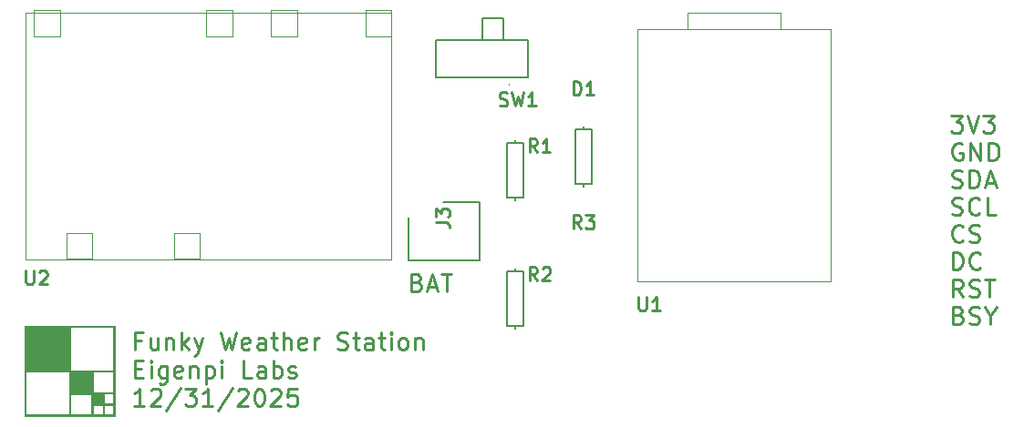
<source format=gbr>
%TF.GenerationSoftware,KiCad,Pcbnew,9.0.6*%
%TF.CreationDate,2026-01-09T06:42:04-06:00*%
%TF.ProjectId,weather_station1,77656174-6865-4725-9f73-746174696f6e,V1.10*%
%TF.SameCoordinates,Original*%
%TF.FileFunction,Legend,Top*%
%TF.FilePolarity,Positive*%
%FSLAX46Y46*%
G04 Gerber Fmt 4.6, Leading zero omitted, Abs format (unit mm)*
G04 Created by KiCad (PCBNEW 9.0.6) date 2026-01-09 06:42:04*
%MOMM*%
%LPD*%
G01*
G04 APERTURE LIST*
%ADD10C,0.243840*%
%ADD11C,0.000000*%
%ADD12C,0.254000*%
%ADD13C,0.120000*%
%ADD14C,0.100000*%
%ADD15C,0.203200*%
%ADD16C,0.200000*%
G04 APERTURE END LIST*
D10*
X188541335Y-124666872D02*
X188773563Y-124744282D01*
X188773563Y-124744282D02*
X188850973Y-124821691D01*
X188850973Y-124821691D02*
X188928382Y-124976510D01*
X188928382Y-124976510D02*
X188928382Y-125208739D01*
X188928382Y-125208739D02*
X188850973Y-125363558D01*
X188850973Y-125363558D02*
X188773563Y-125440968D01*
X188773563Y-125440968D02*
X188618744Y-125518377D01*
X188618744Y-125518377D02*
X187999468Y-125518377D01*
X187999468Y-125518377D02*
X187999468Y-123892777D01*
X187999468Y-123892777D02*
X188541335Y-123892777D01*
X188541335Y-123892777D02*
X188696154Y-123970187D01*
X188696154Y-123970187D02*
X188773563Y-124047596D01*
X188773563Y-124047596D02*
X188850973Y-124202415D01*
X188850973Y-124202415D02*
X188850973Y-124357234D01*
X188850973Y-124357234D02*
X188773563Y-124512053D01*
X188773563Y-124512053D02*
X188696154Y-124589463D01*
X188696154Y-124589463D02*
X188541335Y-124666872D01*
X188541335Y-124666872D02*
X187999468Y-124666872D01*
X189547659Y-125440968D02*
X189779887Y-125518377D01*
X189779887Y-125518377D02*
X190166935Y-125518377D01*
X190166935Y-125518377D02*
X190321754Y-125440968D01*
X190321754Y-125440968D02*
X190399163Y-125363558D01*
X190399163Y-125363558D02*
X190476573Y-125208739D01*
X190476573Y-125208739D02*
X190476573Y-125053920D01*
X190476573Y-125053920D02*
X190399163Y-124899101D01*
X190399163Y-124899101D02*
X190321754Y-124821691D01*
X190321754Y-124821691D02*
X190166935Y-124744282D01*
X190166935Y-124744282D02*
X189857297Y-124666872D01*
X189857297Y-124666872D02*
X189702478Y-124589463D01*
X189702478Y-124589463D02*
X189625068Y-124512053D01*
X189625068Y-124512053D02*
X189547659Y-124357234D01*
X189547659Y-124357234D02*
X189547659Y-124202415D01*
X189547659Y-124202415D02*
X189625068Y-124047596D01*
X189625068Y-124047596D02*
X189702478Y-123970187D01*
X189702478Y-123970187D02*
X189857297Y-123892777D01*
X189857297Y-123892777D02*
X190244344Y-123892777D01*
X190244344Y-123892777D02*
X190476573Y-123970187D01*
X191482896Y-124744282D02*
X191482896Y-125518377D01*
X190941030Y-123892777D02*
X191482896Y-124744282D01*
X191482896Y-124744282D02*
X192024763Y-123892777D01*
X188928382Y-122978377D02*
X188386516Y-122204282D01*
X187999468Y-122978377D02*
X187999468Y-121352777D01*
X187999468Y-121352777D02*
X188618744Y-121352777D01*
X188618744Y-121352777D02*
X188773563Y-121430187D01*
X188773563Y-121430187D02*
X188850973Y-121507596D01*
X188850973Y-121507596D02*
X188928382Y-121662415D01*
X188928382Y-121662415D02*
X188928382Y-121894644D01*
X188928382Y-121894644D02*
X188850973Y-122049463D01*
X188850973Y-122049463D02*
X188773563Y-122126872D01*
X188773563Y-122126872D02*
X188618744Y-122204282D01*
X188618744Y-122204282D02*
X187999468Y-122204282D01*
X189547659Y-122900968D02*
X189779887Y-122978377D01*
X189779887Y-122978377D02*
X190166935Y-122978377D01*
X190166935Y-122978377D02*
X190321754Y-122900968D01*
X190321754Y-122900968D02*
X190399163Y-122823558D01*
X190399163Y-122823558D02*
X190476573Y-122668739D01*
X190476573Y-122668739D02*
X190476573Y-122513920D01*
X190476573Y-122513920D02*
X190399163Y-122359101D01*
X190399163Y-122359101D02*
X190321754Y-122281691D01*
X190321754Y-122281691D02*
X190166935Y-122204282D01*
X190166935Y-122204282D02*
X189857297Y-122126872D01*
X189857297Y-122126872D02*
X189702478Y-122049463D01*
X189702478Y-122049463D02*
X189625068Y-121972053D01*
X189625068Y-121972053D02*
X189547659Y-121817234D01*
X189547659Y-121817234D02*
X189547659Y-121662415D01*
X189547659Y-121662415D02*
X189625068Y-121507596D01*
X189625068Y-121507596D02*
X189702478Y-121430187D01*
X189702478Y-121430187D02*
X189857297Y-121352777D01*
X189857297Y-121352777D02*
X190244344Y-121352777D01*
X190244344Y-121352777D02*
X190476573Y-121430187D01*
X190941030Y-121352777D02*
X191869944Y-121352777D01*
X191405487Y-122978377D02*
X191405487Y-121352777D01*
X187999468Y-120438377D02*
X187999468Y-118812777D01*
X187999468Y-118812777D02*
X188386516Y-118812777D01*
X188386516Y-118812777D02*
X188618744Y-118890187D01*
X188618744Y-118890187D02*
X188773563Y-119045006D01*
X188773563Y-119045006D02*
X188850973Y-119199825D01*
X188850973Y-119199825D02*
X188928382Y-119509463D01*
X188928382Y-119509463D02*
X188928382Y-119741691D01*
X188928382Y-119741691D02*
X188850973Y-120051329D01*
X188850973Y-120051329D02*
X188773563Y-120206148D01*
X188773563Y-120206148D02*
X188618744Y-120360968D01*
X188618744Y-120360968D02*
X188386516Y-120438377D01*
X188386516Y-120438377D02*
X187999468Y-120438377D01*
X190553982Y-120283558D02*
X190476573Y-120360968D01*
X190476573Y-120360968D02*
X190244344Y-120438377D01*
X190244344Y-120438377D02*
X190089525Y-120438377D01*
X190089525Y-120438377D02*
X189857297Y-120360968D01*
X189857297Y-120360968D02*
X189702478Y-120206148D01*
X189702478Y-120206148D02*
X189625068Y-120051329D01*
X189625068Y-120051329D02*
X189547659Y-119741691D01*
X189547659Y-119741691D02*
X189547659Y-119509463D01*
X189547659Y-119509463D02*
X189625068Y-119199825D01*
X189625068Y-119199825D02*
X189702478Y-119045006D01*
X189702478Y-119045006D02*
X189857297Y-118890187D01*
X189857297Y-118890187D02*
X190089525Y-118812777D01*
X190089525Y-118812777D02*
X190244344Y-118812777D01*
X190244344Y-118812777D02*
X190476573Y-118890187D01*
X190476573Y-118890187D02*
X190553982Y-118967596D01*
X188928382Y-117743558D02*
X188850973Y-117820968D01*
X188850973Y-117820968D02*
X188618744Y-117898377D01*
X188618744Y-117898377D02*
X188463925Y-117898377D01*
X188463925Y-117898377D02*
X188231697Y-117820968D01*
X188231697Y-117820968D02*
X188076878Y-117666148D01*
X188076878Y-117666148D02*
X187999468Y-117511329D01*
X187999468Y-117511329D02*
X187922059Y-117201691D01*
X187922059Y-117201691D02*
X187922059Y-116969463D01*
X187922059Y-116969463D02*
X187999468Y-116659825D01*
X187999468Y-116659825D02*
X188076878Y-116505006D01*
X188076878Y-116505006D02*
X188231697Y-116350187D01*
X188231697Y-116350187D02*
X188463925Y-116272777D01*
X188463925Y-116272777D02*
X188618744Y-116272777D01*
X188618744Y-116272777D02*
X188850973Y-116350187D01*
X188850973Y-116350187D02*
X188928382Y-116427596D01*
X189547659Y-117820968D02*
X189779887Y-117898377D01*
X189779887Y-117898377D02*
X190166935Y-117898377D01*
X190166935Y-117898377D02*
X190321754Y-117820968D01*
X190321754Y-117820968D02*
X190399163Y-117743558D01*
X190399163Y-117743558D02*
X190476573Y-117588739D01*
X190476573Y-117588739D02*
X190476573Y-117433920D01*
X190476573Y-117433920D02*
X190399163Y-117279101D01*
X190399163Y-117279101D02*
X190321754Y-117201691D01*
X190321754Y-117201691D02*
X190166935Y-117124282D01*
X190166935Y-117124282D02*
X189857297Y-117046872D01*
X189857297Y-117046872D02*
X189702478Y-116969463D01*
X189702478Y-116969463D02*
X189625068Y-116892053D01*
X189625068Y-116892053D02*
X189547659Y-116737234D01*
X189547659Y-116737234D02*
X189547659Y-116582415D01*
X189547659Y-116582415D02*
X189625068Y-116427596D01*
X189625068Y-116427596D02*
X189702478Y-116350187D01*
X189702478Y-116350187D02*
X189857297Y-116272777D01*
X189857297Y-116272777D02*
X190244344Y-116272777D01*
X190244344Y-116272777D02*
X190476573Y-116350187D01*
X187922059Y-115280968D02*
X188154287Y-115358377D01*
X188154287Y-115358377D02*
X188541335Y-115358377D01*
X188541335Y-115358377D02*
X188696154Y-115280968D01*
X188696154Y-115280968D02*
X188773563Y-115203558D01*
X188773563Y-115203558D02*
X188850973Y-115048739D01*
X188850973Y-115048739D02*
X188850973Y-114893920D01*
X188850973Y-114893920D02*
X188773563Y-114739101D01*
X188773563Y-114739101D02*
X188696154Y-114661691D01*
X188696154Y-114661691D02*
X188541335Y-114584282D01*
X188541335Y-114584282D02*
X188231697Y-114506872D01*
X188231697Y-114506872D02*
X188076878Y-114429463D01*
X188076878Y-114429463D02*
X187999468Y-114352053D01*
X187999468Y-114352053D02*
X187922059Y-114197234D01*
X187922059Y-114197234D02*
X187922059Y-114042415D01*
X187922059Y-114042415D02*
X187999468Y-113887596D01*
X187999468Y-113887596D02*
X188076878Y-113810187D01*
X188076878Y-113810187D02*
X188231697Y-113732777D01*
X188231697Y-113732777D02*
X188618744Y-113732777D01*
X188618744Y-113732777D02*
X188850973Y-113810187D01*
X190476572Y-115203558D02*
X190399163Y-115280968D01*
X190399163Y-115280968D02*
X190166934Y-115358377D01*
X190166934Y-115358377D02*
X190012115Y-115358377D01*
X190012115Y-115358377D02*
X189779887Y-115280968D01*
X189779887Y-115280968D02*
X189625068Y-115126148D01*
X189625068Y-115126148D02*
X189547658Y-114971329D01*
X189547658Y-114971329D02*
X189470249Y-114661691D01*
X189470249Y-114661691D02*
X189470249Y-114429463D01*
X189470249Y-114429463D02*
X189547658Y-114119825D01*
X189547658Y-114119825D02*
X189625068Y-113965006D01*
X189625068Y-113965006D02*
X189779887Y-113810187D01*
X189779887Y-113810187D02*
X190012115Y-113732777D01*
X190012115Y-113732777D02*
X190166934Y-113732777D01*
X190166934Y-113732777D02*
X190399163Y-113810187D01*
X190399163Y-113810187D02*
X190476572Y-113887596D01*
X191947353Y-115358377D02*
X191173258Y-115358377D01*
X191173258Y-115358377D02*
X191173258Y-113732777D01*
X187922059Y-112740968D02*
X188154287Y-112818377D01*
X188154287Y-112818377D02*
X188541335Y-112818377D01*
X188541335Y-112818377D02*
X188696154Y-112740968D01*
X188696154Y-112740968D02*
X188773563Y-112663558D01*
X188773563Y-112663558D02*
X188850973Y-112508739D01*
X188850973Y-112508739D02*
X188850973Y-112353920D01*
X188850973Y-112353920D02*
X188773563Y-112199101D01*
X188773563Y-112199101D02*
X188696154Y-112121691D01*
X188696154Y-112121691D02*
X188541335Y-112044282D01*
X188541335Y-112044282D02*
X188231697Y-111966872D01*
X188231697Y-111966872D02*
X188076878Y-111889463D01*
X188076878Y-111889463D02*
X187999468Y-111812053D01*
X187999468Y-111812053D02*
X187922059Y-111657234D01*
X187922059Y-111657234D02*
X187922059Y-111502415D01*
X187922059Y-111502415D02*
X187999468Y-111347596D01*
X187999468Y-111347596D02*
X188076878Y-111270187D01*
X188076878Y-111270187D02*
X188231697Y-111192777D01*
X188231697Y-111192777D02*
X188618744Y-111192777D01*
X188618744Y-111192777D02*
X188850973Y-111270187D01*
X189547658Y-112818377D02*
X189547658Y-111192777D01*
X189547658Y-111192777D02*
X189934706Y-111192777D01*
X189934706Y-111192777D02*
X190166934Y-111270187D01*
X190166934Y-111270187D02*
X190321753Y-111425006D01*
X190321753Y-111425006D02*
X190399163Y-111579825D01*
X190399163Y-111579825D02*
X190476572Y-111889463D01*
X190476572Y-111889463D02*
X190476572Y-112121691D01*
X190476572Y-112121691D02*
X190399163Y-112431329D01*
X190399163Y-112431329D02*
X190321753Y-112586148D01*
X190321753Y-112586148D02*
X190166934Y-112740968D01*
X190166934Y-112740968D02*
X189934706Y-112818377D01*
X189934706Y-112818377D02*
X189547658Y-112818377D01*
X191095849Y-112353920D02*
X191869944Y-112353920D01*
X190941030Y-112818377D02*
X191482896Y-111192777D01*
X191482896Y-111192777D02*
X192024763Y-112818377D01*
X188850973Y-108730187D02*
X188696154Y-108652777D01*
X188696154Y-108652777D02*
X188463925Y-108652777D01*
X188463925Y-108652777D02*
X188231697Y-108730187D01*
X188231697Y-108730187D02*
X188076878Y-108885006D01*
X188076878Y-108885006D02*
X187999468Y-109039825D01*
X187999468Y-109039825D02*
X187922059Y-109349463D01*
X187922059Y-109349463D02*
X187922059Y-109581691D01*
X187922059Y-109581691D02*
X187999468Y-109891329D01*
X187999468Y-109891329D02*
X188076878Y-110046148D01*
X188076878Y-110046148D02*
X188231697Y-110200968D01*
X188231697Y-110200968D02*
X188463925Y-110278377D01*
X188463925Y-110278377D02*
X188618744Y-110278377D01*
X188618744Y-110278377D02*
X188850973Y-110200968D01*
X188850973Y-110200968D02*
X188928382Y-110123558D01*
X188928382Y-110123558D02*
X188928382Y-109581691D01*
X188928382Y-109581691D02*
X188618744Y-109581691D01*
X189625068Y-110278377D02*
X189625068Y-108652777D01*
X189625068Y-108652777D02*
X190553982Y-110278377D01*
X190553982Y-110278377D02*
X190553982Y-108652777D01*
X191328078Y-110278377D02*
X191328078Y-108652777D01*
X191328078Y-108652777D02*
X191715126Y-108652777D01*
X191715126Y-108652777D02*
X191947354Y-108730187D01*
X191947354Y-108730187D02*
X192102173Y-108885006D01*
X192102173Y-108885006D02*
X192179583Y-109039825D01*
X192179583Y-109039825D02*
X192256992Y-109349463D01*
X192256992Y-109349463D02*
X192256992Y-109581691D01*
X192256992Y-109581691D02*
X192179583Y-109891329D01*
X192179583Y-109891329D02*
X192102173Y-110046148D01*
X192102173Y-110046148D02*
X191947354Y-110200968D01*
X191947354Y-110200968D02*
X191715126Y-110278377D01*
X191715126Y-110278377D02*
X191328078Y-110278377D01*
X187844649Y-106112777D02*
X188850973Y-106112777D01*
X188850973Y-106112777D02*
X188309106Y-106732053D01*
X188309106Y-106732053D02*
X188541335Y-106732053D01*
X188541335Y-106732053D02*
X188696154Y-106809463D01*
X188696154Y-106809463D02*
X188773563Y-106886872D01*
X188773563Y-106886872D02*
X188850973Y-107041691D01*
X188850973Y-107041691D02*
X188850973Y-107428739D01*
X188850973Y-107428739D02*
X188773563Y-107583558D01*
X188773563Y-107583558D02*
X188696154Y-107660968D01*
X188696154Y-107660968D02*
X188541335Y-107738377D01*
X188541335Y-107738377D02*
X188076878Y-107738377D01*
X188076878Y-107738377D02*
X187922059Y-107660968D01*
X187922059Y-107660968D02*
X187844649Y-107583558D01*
X189315430Y-106112777D02*
X189857296Y-107738377D01*
X189857296Y-107738377D02*
X190399163Y-106112777D01*
X190786210Y-106112777D02*
X191792534Y-106112777D01*
X191792534Y-106112777D02*
X191250667Y-106732053D01*
X191250667Y-106732053D02*
X191482896Y-106732053D01*
X191482896Y-106732053D02*
X191637715Y-106809463D01*
X191637715Y-106809463D02*
X191715124Y-106886872D01*
X191715124Y-106886872D02*
X191792534Y-107041691D01*
X191792534Y-107041691D02*
X191792534Y-107428739D01*
X191792534Y-107428739D02*
X191715124Y-107583558D01*
X191715124Y-107583558D02*
X191637715Y-107660968D01*
X191637715Y-107660968D02*
X191482896Y-107738377D01*
X191482896Y-107738377D02*
X191018439Y-107738377D01*
X191018439Y-107738377D02*
X190863620Y-107660968D01*
X190863620Y-107660968D02*
X190786210Y-107583558D01*
X138249335Y-121618872D02*
X138481563Y-121696282D01*
X138481563Y-121696282D02*
X138558973Y-121773691D01*
X138558973Y-121773691D02*
X138636382Y-121928510D01*
X138636382Y-121928510D02*
X138636382Y-122160739D01*
X138636382Y-122160739D02*
X138558973Y-122315558D01*
X138558973Y-122315558D02*
X138481563Y-122392968D01*
X138481563Y-122392968D02*
X138326744Y-122470377D01*
X138326744Y-122470377D02*
X137707468Y-122470377D01*
X137707468Y-122470377D02*
X137707468Y-120844777D01*
X137707468Y-120844777D02*
X138249335Y-120844777D01*
X138249335Y-120844777D02*
X138404154Y-120922187D01*
X138404154Y-120922187D02*
X138481563Y-120999596D01*
X138481563Y-120999596D02*
X138558973Y-121154415D01*
X138558973Y-121154415D02*
X138558973Y-121309234D01*
X138558973Y-121309234D02*
X138481563Y-121464053D01*
X138481563Y-121464053D02*
X138404154Y-121541463D01*
X138404154Y-121541463D02*
X138249335Y-121618872D01*
X138249335Y-121618872D02*
X137707468Y-121618872D01*
X139255659Y-122005920D02*
X140029754Y-122005920D01*
X139100840Y-122470377D02*
X139642706Y-120844777D01*
X139642706Y-120844777D02*
X140184573Y-122470377D01*
X140494211Y-120844777D02*
X141423125Y-120844777D01*
X140958668Y-122470377D02*
X140958668Y-120844777D01*
D11*
G36*
X110257166Y-134133712D02*
G01*
X101790500Y-134133712D01*
X101790500Y-133922046D01*
X101790500Y-130006212D01*
X102002167Y-130006212D01*
X102002167Y-133922046D01*
X105918000Y-133922046D01*
X105918000Y-132149337D01*
X106129666Y-132149337D01*
X106129666Y-133922046D01*
X108008208Y-133922046D01*
X108008208Y-133154754D01*
X108219875Y-133154754D01*
X108219875Y-133922046D01*
X109040083Y-133922046D01*
X109040083Y-133154754D01*
X108219875Y-133154754D01*
X108008208Y-133154754D01*
X108008208Y-133101838D01*
X109251750Y-133101838D01*
X109251750Y-133922046D01*
X110045500Y-133922046D01*
X110045500Y-133101838D01*
X109251750Y-133101838D01*
X108008208Y-133101838D01*
X108008208Y-132890171D01*
X108008208Y-132149337D01*
X106129666Y-132149337D01*
X105918000Y-132149337D01*
X105918000Y-132069962D01*
X109251750Y-132069962D01*
X109251750Y-132890171D01*
X110045500Y-132890171D01*
X110045500Y-132069962D01*
X109251750Y-132069962D01*
X105918000Y-132069962D01*
X105918000Y-131858296D01*
X105918000Y-130006212D01*
X108219875Y-130006212D01*
X108219875Y-131858296D01*
X110045500Y-131858296D01*
X110045500Y-130006212D01*
X108219875Y-130006212D01*
X105918000Y-130006212D01*
X102002167Y-130006212D01*
X101790500Y-130006212D01*
X101790500Y-129794546D01*
X101790500Y-125878713D01*
X106129666Y-125878713D01*
X106129666Y-129794546D01*
X110045500Y-129794546D01*
X110045500Y-125878713D01*
X106129666Y-125878713D01*
X101790500Y-125878713D01*
X101790500Y-125667046D01*
X110257166Y-125667046D01*
X110257166Y-134133712D01*
G37*
G36*
X106129666Y-129794546D02*
G01*
X105918000Y-129794546D01*
X105918000Y-130006212D01*
X101790500Y-130006212D01*
X101790500Y-129794546D01*
X101790500Y-126037463D01*
X102002167Y-126037463D01*
X102002167Y-129794546D01*
X105918000Y-129794546D01*
X105918000Y-126037463D01*
X102002167Y-126037463D01*
X101790500Y-126037463D01*
X101790500Y-125825796D01*
X106129666Y-125825796D01*
X106129666Y-129794546D01*
G37*
G36*
X109251750Y-132890171D02*
G01*
X109040083Y-132890171D01*
X109040083Y-132122879D01*
X108219875Y-132122879D01*
X108219875Y-132943087D01*
X109040083Y-132943087D01*
X109040083Y-133154754D01*
X108008208Y-133154754D01*
X108008208Y-131911212D01*
X109251750Y-131911212D01*
X109251750Y-132890171D01*
G37*
D10*
X112595335Y-127052622D02*
X112053468Y-127052622D01*
X112053468Y-127904127D02*
X112053468Y-126278527D01*
X112053468Y-126278527D02*
X112827563Y-126278527D01*
X114143525Y-126820394D02*
X114143525Y-127904127D01*
X113446839Y-126820394D02*
X113446839Y-127671898D01*
X113446839Y-127671898D02*
X113524249Y-127826718D01*
X113524249Y-127826718D02*
X113679068Y-127904127D01*
X113679068Y-127904127D02*
X113911296Y-127904127D01*
X113911296Y-127904127D02*
X114066115Y-127826718D01*
X114066115Y-127826718D02*
X114143525Y-127749308D01*
X114917620Y-126820394D02*
X114917620Y-127904127D01*
X114917620Y-126975213D02*
X114995030Y-126897803D01*
X114995030Y-126897803D02*
X115149849Y-126820394D01*
X115149849Y-126820394D02*
X115382077Y-126820394D01*
X115382077Y-126820394D02*
X115536896Y-126897803D01*
X115536896Y-126897803D02*
X115614306Y-127052622D01*
X115614306Y-127052622D02*
X115614306Y-127904127D01*
X116388401Y-127904127D02*
X116388401Y-126278527D01*
X116543220Y-127284851D02*
X117007677Y-127904127D01*
X117007677Y-126820394D02*
X116388401Y-127439670D01*
X117549544Y-126820394D02*
X117936592Y-127904127D01*
X118323639Y-126820394D02*
X117936592Y-127904127D01*
X117936592Y-127904127D02*
X117781773Y-128291175D01*
X117781773Y-128291175D02*
X117704363Y-128368584D01*
X117704363Y-128368584D02*
X117549544Y-128445994D01*
X120026648Y-126278527D02*
X120413696Y-127904127D01*
X120413696Y-127904127D02*
X120723334Y-126742984D01*
X120723334Y-126742984D02*
X121032972Y-127904127D01*
X121032972Y-127904127D02*
X121420020Y-126278527D01*
X122658572Y-127826718D02*
X122503753Y-127904127D01*
X122503753Y-127904127D02*
X122194115Y-127904127D01*
X122194115Y-127904127D02*
X122039296Y-127826718D01*
X122039296Y-127826718D02*
X121961887Y-127671898D01*
X121961887Y-127671898D02*
X121961887Y-127052622D01*
X121961887Y-127052622D02*
X122039296Y-126897803D01*
X122039296Y-126897803D02*
X122194115Y-126820394D01*
X122194115Y-126820394D02*
X122503753Y-126820394D01*
X122503753Y-126820394D02*
X122658572Y-126897803D01*
X122658572Y-126897803D02*
X122735982Y-127052622D01*
X122735982Y-127052622D02*
X122735982Y-127207441D01*
X122735982Y-127207441D02*
X121961887Y-127362260D01*
X124129353Y-127904127D02*
X124129353Y-127052622D01*
X124129353Y-127052622D02*
X124051943Y-126897803D01*
X124051943Y-126897803D02*
X123897124Y-126820394D01*
X123897124Y-126820394D02*
X123587486Y-126820394D01*
X123587486Y-126820394D02*
X123432667Y-126897803D01*
X124129353Y-127826718D02*
X123974534Y-127904127D01*
X123974534Y-127904127D02*
X123587486Y-127904127D01*
X123587486Y-127904127D02*
X123432667Y-127826718D01*
X123432667Y-127826718D02*
X123355258Y-127671898D01*
X123355258Y-127671898D02*
X123355258Y-127517079D01*
X123355258Y-127517079D02*
X123432667Y-127362260D01*
X123432667Y-127362260D02*
X123587486Y-127284851D01*
X123587486Y-127284851D02*
X123974534Y-127284851D01*
X123974534Y-127284851D02*
X124129353Y-127207441D01*
X124671220Y-126820394D02*
X125290496Y-126820394D01*
X124903448Y-126278527D02*
X124903448Y-127671898D01*
X124903448Y-127671898D02*
X124980858Y-127826718D01*
X124980858Y-127826718D02*
X125135677Y-127904127D01*
X125135677Y-127904127D02*
X125290496Y-127904127D01*
X125832362Y-127904127D02*
X125832362Y-126278527D01*
X126529048Y-127904127D02*
X126529048Y-127052622D01*
X126529048Y-127052622D02*
X126451638Y-126897803D01*
X126451638Y-126897803D02*
X126296819Y-126820394D01*
X126296819Y-126820394D02*
X126064591Y-126820394D01*
X126064591Y-126820394D02*
X125909772Y-126897803D01*
X125909772Y-126897803D02*
X125832362Y-126975213D01*
X127922419Y-127826718D02*
X127767600Y-127904127D01*
X127767600Y-127904127D02*
X127457962Y-127904127D01*
X127457962Y-127904127D02*
X127303143Y-127826718D01*
X127303143Y-127826718D02*
X127225734Y-127671898D01*
X127225734Y-127671898D02*
X127225734Y-127052622D01*
X127225734Y-127052622D02*
X127303143Y-126897803D01*
X127303143Y-126897803D02*
X127457962Y-126820394D01*
X127457962Y-126820394D02*
X127767600Y-126820394D01*
X127767600Y-126820394D02*
X127922419Y-126897803D01*
X127922419Y-126897803D02*
X127999829Y-127052622D01*
X127999829Y-127052622D02*
X127999829Y-127207441D01*
X127999829Y-127207441D02*
X127225734Y-127362260D01*
X128696514Y-127904127D02*
X128696514Y-126820394D01*
X128696514Y-127130032D02*
X128773924Y-126975213D01*
X128773924Y-126975213D02*
X128851333Y-126897803D01*
X128851333Y-126897803D02*
X129006152Y-126820394D01*
X129006152Y-126820394D02*
X129160971Y-126820394D01*
X130863981Y-127826718D02*
X131096209Y-127904127D01*
X131096209Y-127904127D02*
X131483257Y-127904127D01*
X131483257Y-127904127D02*
X131638076Y-127826718D01*
X131638076Y-127826718D02*
X131715485Y-127749308D01*
X131715485Y-127749308D02*
X131792895Y-127594489D01*
X131792895Y-127594489D02*
X131792895Y-127439670D01*
X131792895Y-127439670D02*
X131715485Y-127284851D01*
X131715485Y-127284851D02*
X131638076Y-127207441D01*
X131638076Y-127207441D02*
X131483257Y-127130032D01*
X131483257Y-127130032D02*
X131173619Y-127052622D01*
X131173619Y-127052622D02*
X131018800Y-126975213D01*
X131018800Y-126975213D02*
X130941390Y-126897803D01*
X130941390Y-126897803D02*
X130863981Y-126742984D01*
X130863981Y-126742984D02*
X130863981Y-126588165D01*
X130863981Y-126588165D02*
X130941390Y-126433346D01*
X130941390Y-126433346D02*
X131018800Y-126355937D01*
X131018800Y-126355937D02*
X131173619Y-126278527D01*
X131173619Y-126278527D02*
X131560666Y-126278527D01*
X131560666Y-126278527D02*
X131792895Y-126355937D01*
X132257352Y-126820394D02*
X132876628Y-126820394D01*
X132489580Y-126278527D02*
X132489580Y-127671898D01*
X132489580Y-127671898D02*
X132566990Y-127826718D01*
X132566990Y-127826718D02*
X132721809Y-127904127D01*
X132721809Y-127904127D02*
X132876628Y-127904127D01*
X134115180Y-127904127D02*
X134115180Y-127052622D01*
X134115180Y-127052622D02*
X134037770Y-126897803D01*
X134037770Y-126897803D02*
X133882951Y-126820394D01*
X133882951Y-126820394D02*
X133573313Y-126820394D01*
X133573313Y-126820394D02*
X133418494Y-126897803D01*
X134115180Y-127826718D02*
X133960361Y-127904127D01*
X133960361Y-127904127D02*
X133573313Y-127904127D01*
X133573313Y-127904127D02*
X133418494Y-127826718D01*
X133418494Y-127826718D02*
X133341085Y-127671898D01*
X133341085Y-127671898D02*
X133341085Y-127517079D01*
X133341085Y-127517079D02*
X133418494Y-127362260D01*
X133418494Y-127362260D02*
X133573313Y-127284851D01*
X133573313Y-127284851D02*
X133960361Y-127284851D01*
X133960361Y-127284851D02*
X134115180Y-127207441D01*
X134657047Y-126820394D02*
X135276323Y-126820394D01*
X134889275Y-126278527D02*
X134889275Y-127671898D01*
X134889275Y-127671898D02*
X134966685Y-127826718D01*
X134966685Y-127826718D02*
X135121504Y-127904127D01*
X135121504Y-127904127D02*
X135276323Y-127904127D01*
X135818189Y-127904127D02*
X135818189Y-126820394D01*
X135818189Y-126278527D02*
X135740780Y-126355937D01*
X135740780Y-126355937D02*
X135818189Y-126433346D01*
X135818189Y-126433346D02*
X135895599Y-126355937D01*
X135895599Y-126355937D02*
X135818189Y-126278527D01*
X135818189Y-126278527D02*
X135818189Y-126433346D01*
X136824513Y-127904127D02*
X136669694Y-127826718D01*
X136669694Y-127826718D02*
X136592284Y-127749308D01*
X136592284Y-127749308D02*
X136514875Y-127594489D01*
X136514875Y-127594489D02*
X136514875Y-127130032D01*
X136514875Y-127130032D02*
X136592284Y-126975213D01*
X136592284Y-126975213D02*
X136669694Y-126897803D01*
X136669694Y-126897803D02*
X136824513Y-126820394D01*
X136824513Y-126820394D02*
X137056741Y-126820394D01*
X137056741Y-126820394D02*
X137211560Y-126897803D01*
X137211560Y-126897803D02*
X137288970Y-126975213D01*
X137288970Y-126975213D02*
X137366379Y-127130032D01*
X137366379Y-127130032D02*
X137366379Y-127594489D01*
X137366379Y-127594489D02*
X137288970Y-127749308D01*
X137288970Y-127749308D02*
X137211560Y-127826718D01*
X137211560Y-127826718D02*
X137056741Y-127904127D01*
X137056741Y-127904127D02*
X136824513Y-127904127D01*
X138063065Y-126820394D02*
X138063065Y-127904127D01*
X138063065Y-126975213D02*
X138140475Y-126897803D01*
X138140475Y-126897803D02*
X138295294Y-126820394D01*
X138295294Y-126820394D02*
X138527522Y-126820394D01*
X138527522Y-126820394D02*
X138682341Y-126897803D01*
X138682341Y-126897803D02*
X138759751Y-127052622D01*
X138759751Y-127052622D02*
X138759751Y-127904127D01*
X112053468Y-129669747D02*
X112595335Y-129669747D01*
X112827563Y-130521252D02*
X112053468Y-130521252D01*
X112053468Y-130521252D02*
X112053468Y-128895652D01*
X112053468Y-128895652D02*
X112827563Y-128895652D01*
X113524249Y-130521252D02*
X113524249Y-129437519D01*
X113524249Y-128895652D02*
X113446840Y-128973062D01*
X113446840Y-128973062D02*
X113524249Y-129050471D01*
X113524249Y-129050471D02*
X113601659Y-128973062D01*
X113601659Y-128973062D02*
X113524249Y-128895652D01*
X113524249Y-128895652D02*
X113524249Y-129050471D01*
X114995030Y-129437519D02*
X114995030Y-130753481D01*
X114995030Y-130753481D02*
X114917620Y-130908300D01*
X114917620Y-130908300D02*
X114840211Y-130985709D01*
X114840211Y-130985709D02*
X114685392Y-131063119D01*
X114685392Y-131063119D02*
X114453163Y-131063119D01*
X114453163Y-131063119D02*
X114298344Y-130985709D01*
X114995030Y-130443843D02*
X114840211Y-130521252D01*
X114840211Y-130521252D02*
X114530573Y-130521252D01*
X114530573Y-130521252D02*
X114375754Y-130443843D01*
X114375754Y-130443843D02*
X114298344Y-130366433D01*
X114298344Y-130366433D02*
X114220935Y-130211614D01*
X114220935Y-130211614D02*
X114220935Y-129747157D01*
X114220935Y-129747157D02*
X114298344Y-129592338D01*
X114298344Y-129592338D02*
X114375754Y-129514928D01*
X114375754Y-129514928D02*
X114530573Y-129437519D01*
X114530573Y-129437519D02*
X114840211Y-129437519D01*
X114840211Y-129437519D02*
X114995030Y-129514928D01*
X116388401Y-130443843D02*
X116233582Y-130521252D01*
X116233582Y-130521252D02*
X115923944Y-130521252D01*
X115923944Y-130521252D02*
X115769125Y-130443843D01*
X115769125Y-130443843D02*
X115691716Y-130289023D01*
X115691716Y-130289023D02*
X115691716Y-129669747D01*
X115691716Y-129669747D02*
X115769125Y-129514928D01*
X115769125Y-129514928D02*
X115923944Y-129437519D01*
X115923944Y-129437519D02*
X116233582Y-129437519D01*
X116233582Y-129437519D02*
X116388401Y-129514928D01*
X116388401Y-129514928D02*
X116465811Y-129669747D01*
X116465811Y-129669747D02*
X116465811Y-129824566D01*
X116465811Y-129824566D02*
X115691716Y-129979385D01*
X117162496Y-129437519D02*
X117162496Y-130521252D01*
X117162496Y-129592338D02*
X117239906Y-129514928D01*
X117239906Y-129514928D02*
X117394725Y-129437519D01*
X117394725Y-129437519D02*
X117626953Y-129437519D01*
X117626953Y-129437519D02*
X117781772Y-129514928D01*
X117781772Y-129514928D02*
X117859182Y-129669747D01*
X117859182Y-129669747D02*
X117859182Y-130521252D01*
X118633277Y-129437519D02*
X118633277Y-131063119D01*
X118633277Y-129514928D02*
X118788096Y-129437519D01*
X118788096Y-129437519D02*
X119097734Y-129437519D01*
X119097734Y-129437519D02*
X119252553Y-129514928D01*
X119252553Y-129514928D02*
X119329963Y-129592338D01*
X119329963Y-129592338D02*
X119407372Y-129747157D01*
X119407372Y-129747157D02*
X119407372Y-130211614D01*
X119407372Y-130211614D02*
X119329963Y-130366433D01*
X119329963Y-130366433D02*
X119252553Y-130443843D01*
X119252553Y-130443843D02*
X119097734Y-130521252D01*
X119097734Y-130521252D02*
X118788096Y-130521252D01*
X118788096Y-130521252D02*
X118633277Y-130443843D01*
X120104058Y-130521252D02*
X120104058Y-129437519D01*
X120104058Y-128895652D02*
X120026649Y-128973062D01*
X120026649Y-128973062D02*
X120104058Y-129050471D01*
X120104058Y-129050471D02*
X120181468Y-128973062D01*
X120181468Y-128973062D02*
X120104058Y-128895652D01*
X120104058Y-128895652D02*
X120104058Y-129050471D01*
X122890800Y-130521252D02*
X122116705Y-130521252D01*
X122116705Y-130521252D02*
X122116705Y-128895652D01*
X124129353Y-130521252D02*
X124129353Y-129669747D01*
X124129353Y-129669747D02*
X124051943Y-129514928D01*
X124051943Y-129514928D02*
X123897124Y-129437519D01*
X123897124Y-129437519D02*
X123587486Y-129437519D01*
X123587486Y-129437519D02*
X123432667Y-129514928D01*
X124129353Y-130443843D02*
X123974534Y-130521252D01*
X123974534Y-130521252D02*
X123587486Y-130521252D01*
X123587486Y-130521252D02*
X123432667Y-130443843D01*
X123432667Y-130443843D02*
X123355258Y-130289023D01*
X123355258Y-130289023D02*
X123355258Y-130134204D01*
X123355258Y-130134204D02*
X123432667Y-129979385D01*
X123432667Y-129979385D02*
X123587486Y-129901976D01*
X123587486Y-129901976D02*
X123974534Y-129901976D01*
X123974534Y-129901976D02*
X124129353Y-129824566D01*
X124903448Y-130521252D02*
X124903448Y-128895652D01*
X124903448Y-129514928D02*
X125058267Y-129437519D01*
X125058267Y-129437519D02*
X125367905Y-129437519D01*
X125367905Y-129437519D02*
X125522724Y-129514928D01*
X125522724Y-129514928D02*
X125600134Y-129592338D01*
X125600134Y-129592338D02*
X125677543Y-129747157D01*
X125677543Y-129747157D02*
X125677543Y-130211614D01*
X125677543Y-130211614D02*
X125600134Y-130366433D01*
X125600134Y-130366433D02*
X125522724Y-130443843D01*
X125522724Y-130443843D02*
X125367905Y-130521252D01*
X125367905Y-130521252D02*
X125058267Y-130521252D01*
X125058267Y-130521252D02*
X124903448Y-130443843D01*
X126296820Y-130443843D02*
X126451639Y-130521252D01*
X126451639Y-130521252D02*
X126761277Y-130521252D01*
X126761277Y-130521252D02*
X126916096Y-130443843D01*
X126916096Y-130443843D02*
X126993505Y-130289023D01*
X126993505Y-130289023D02*
X126993505Y-130211614D01*
X126993505Y-130211614D02*
X126916096Y-130056795D01*
X126916096Y-130056795D02*
X126761277Y-129979385D01*
X126761277Y-129979385D02*
X126529048Y-129979385D01*
X126529048Y-129979385D02*
X126374229Y-129901976D01*
X126374229Y-129901976D02*
X126296820Y-129747157D01*
X126296820Y-129747157D02*
X126296820Y-129669747D01*
X126296820Y-129669747D02*
X126374229Y-129514928D01*
X126374229Y-129514928D02*
X126529048Y-129437519D01*
X126529048Y-129437519D02*
X126761277Y-129437519D01*
X126761277Y-129437519D02*
X126916096Y-129514928D01*
X112904973Y-133138377D02*
X111976059Y-133138377D01*
X112440516Y-133138377D02*
X112440516Y-131512777D01*
X112440516Y-131512777D02*
X112285697Y-131745006D01*
X112285697Y-131745006D02*
X112130878Y-131899825D01*
X112130878Y-131899825D02*
X111976059Y-131977234D01*
X113524249Y-131667596D02*
X113601658Y-131590187D01*
X113601658Y-131590187D02*
X113756477Y-131512777D01*
X113756477Y-131512777D02*
X114143525Y-131512777D01*
X114143525Y-131512777D02*
X114298344Y-131590187D01*
X114298344Y-131590187D02*
X114375753Y-131667596D01*
X114375753Y-131667596D02*
X114453163Y-131822415D01*
X114453163Y-131822415D02*
X114453163Y-131977234D01*
X114453163Y-131977234D02*
X114375753Y-132209463D01*
X114375753Y-132209463D02*
X113446839Y-133138377D01*
X113446839Y-133138377D02*
X114453163Y-133138377D01*
X116310991Y-131435368D02*
X114917620Y-133525425D01*
X116698039Y-131512777D02*
X117704363Y-131512777D01*
X117704363Y-131512777D02*
X117162496Y-132132053D01*
X117162496Y-132132053D02*
X117394725Y-132132053D01*
X117394725Y-132132053D02*
X117549544Y-132209463D01*
X117549544Y-132209463D02*
X117626953Y-132286872D01*
X117626953Y-132286872D02*
X117704363Y-132441691D01*
X117704363Y-132441691D02*
X117704363Y-132828739D01*
X117704363Y-132828739D02*
X117626953Y-132983558D01*
X117626953Y-132983558D02*
X117549544Y-133060968D01*
X117549544Y-133060968D02*
X117394725Y-133138377D01*
X117394725Y-133138377D02*
X116930268Y-133138377D01*
X116930268Y-133138377D02*
X116775449Y-133060968D01*
X116775449Y-133060968D02*
X116698039Y-132983558D01*
X119252553Y-133138377D02*
X118323639Y-133138377D01*
X118788096Y-133138377D02*
X118788096Y-131512777D01*
X118788096Y-131512777D02*
X118633277Y-131745006D01*
X118633277Y-131745006D02*
X118478458Y-131899825D01*
X118478458Y-131899825D02*
X118323639Y-131977234D01*
X121110381Y-131435368D02*
X119717010Y-133525425D01*
X121574839Y-131667596D02*
X121652248Y-131590187D01*
X121652248Y-131590187D02*
X121807067Y-131512777D01*
X121807067Y-131512777D02*
X122194115Y-131512777D01*
X122194115Y-131512777D02*
X122348934Y-131590187D01*
X122348934Y-131590187D02*
X122426343Y-131667596D01*
X122426343Y-131667596D02*
X122503753Y-131822415D01*
X122503753Y-131822415D02*
X122503753Y-131977234D01*
X122503753Y-131977234D02*
X122426343Y-132209463D01*
X122426343Y-132209463D02*
X121497429Y-133138377D01*
X121497429Y-133138377D02*
X122503753Y-133138377D01*
X123510076Y-131512777D02*
X123664895Y-131512777D01*
X123664895Y-131512777D02*
X123819714Y-131590187D01*
X123819714Y-131590187D02*
X123897124Y-131667596D01*
X123897124Y-131667596D02*
X123974533Y-131822415D01*
X123974533Y-131822415D02*
X124051943Y-132132053D01*
X124051943Y-132132053D02*
X124051943Y-132519101D01*
X124051943Y-132519101D02*
X123974533Y-132828739D01*
X123974533Y-132828739D02*
X123897124Y-132983558D01*
X123897124Y-132983558D02*
X123819714Y-133060968D01*
X123819714Y-133060968D02*
X123664895Y-133138377D01*
X123664895Y-133138377D02*
X123510076Y-133138377D01*
X123510076Y-133138377D02*
X123355257Y-133060968D01*
X123355257Y-133060968D02*
X123277848Y-132983558D01*
X123277848Y-132983558D02*
X123200438Y-132828739D01*
X123200438Y-132828739D02*
X123123029Y-132519101D01*
X123123029Y-132519101D02*
X123123029Y-132132053D01*
X123123029Y-132132053D02*
X123200438Y-131822415D01*
X123200438Y-131822415D02*
X123277848Y-131667596D01*
X123277848Y-131667596D02*
X123355257Y-131590187D01*
X123355257Y-131590187D02*
X123510076Y-131512777D01*
X124671219Y-131667596D02*
X124748628Y-131590187D01*
X124748628Y-131590187D02*
X124903447Y-131512777D01*
X124903447Y-131512777D02*
X125290495Y-131512777D01*
X125290495Y-131512777D02*
X125445314Y-131590187D01*
X125445314Y-131590187D02*
X125522723Y-131667596D01*
X125522723Y-131667596D02*
X125600133Y-131822415D01*
X125600133Y-131822415D02*
X125600133Y-131977234D01*
X125600133Y-131977234D02*
X125522723Y-132209463D01*
X125522723Y-132209463D02*
X124593809Y-133138377D01*
X124593809Y-133138377D02*
X125600133Y-133138377D01*
X127070913Y-131512777D02*
X126296818Y-131512777D01*
X126296818Y-131512777D02*
X126219409Y-132286872D01*
X126219409Y-132286872D02*
X126296818Y-132209463D01*
X126296818Y-132209463D02*
X126451637Y-132132053D01*
X126451637Y-132132053D02*
X126838685Y-132132053D01*
X126838685Y-132132053D02*
X126993504Y-132209463D01*
X126993504Y-132209463D02*
X127070913Y-132286872D01*
X127070913Y-132286872D02*
X127148323Y-132441691D01*
X127148323Y-132441691D02*
X127148323Y-132828739D01*
X127148323Y-132828739D02*
X127070913Y-132983558D01*
X127070913Y-132983558D02*
X126993504Y-133060968D01*
X126993504Y-133060968D02*
X126838685Y-133138377D01*
X126838685Y-133138377D02*
X126451637Y-133138377D01*
X126451637Y-133138377D02*
X126296818Y-133060968D01*
X126296818Y-133060968D02*
X126219409Y-132983558D01*
D12*
X158798380Y-122997318D02*
X158798380Y-124025413D01*
X158798380Y-124025413D02*
X158858857Y-124146365D01*
X158858857Y-124146365D02*
X158919333Y-124206842D01*
X158919333Y-124206842D02*
X159040285Y-124267318D01*
X159040285Y-124267318D02*
X159282190Y-124267318D01*
X159282190Y-124267318D02*
X159403142Y-124206842D01*
X159403142Y-124206842D02*
X159463619Y-124146365D01*
X159463619Y-124146365D02*
X159524095Y-124025413D01*
X159524095Y-124025413D02*
X159524095Y-122997318D01*
X160794095Y-124267318D02*
X160068380Y-124267318D01*
X160431237Y-124267318D02*
X160431237Y-122997318D01*
X160431237Y-122997318D02*
X160310285Y-123178746D01*
X160310285Y-123178746D02*
X160189333Y-123299699D01*
X160189333Y-123299699D02*
X160068380Y-123360175D01*
X153458333Y-116652318D02*
X153034999Y-116047556D01*
X152732618Y-116652318D02*
X152732618Y-115382318D01*
X152732618Y-115382318D02*
X153216428Y-115382318D01*
X153216428Y-115382318D02*
X153337380Y-115442794D01*
X153337380Y-115442794D02*
X153397857Y-115503270D01*
X153397857Y-115503270D02*
X153458333Y-115624222D01*
X153458333Y-115624222D02*
X153458333Y-115805651D01*
X153458333Y-115805651D02*
X153397857Y-115926603D01*
X153397857Y-115926603D02*
X153337380Y-115987080D01*
X153337380Y-115987080D02*
X153216428Y-116047556D01*
X153216428Y-116047556D02*
X152732618Y-116047556D01*
X153881666Y-115382318D02*
X154667857Y-115382318D01*
X154667857Y-115382318D02*
X154244523Y-115866127D01*
X154244523Y-115866127D02*
X154425952Y-115866127D01*
X154425952Y-115866127D02*
X154546904Y-115926603D01*
X154546904Y-115926603D02*
X154607380Y-115987080D01*
X154607380Y-115987080D02*
X154667857Y-116108032D01*
X154667857Y-116108032D02*
X154667857Y-116410413D01*
X154667857Y-116410413D02*
X154607380Y-116531365D01*
X154607380Y-116531365D02*
X154546904Y-116591842D01*
X154546904Y-116591842D02*
X154425952Y-116652318D01*
X154425952Y-116652318D02*
X154063095Y-116652318D01*
X154063095Y-116652318D02*
X153942142Y-116591842D01*
X153942142Y-116591842D02*
X153881666Y-116531365D01*
X152732618Y-104206318D02*
X152732618Y-102936318D01*
X152732618Y-102936318D02*
X153034999Y-102936318D01*
X153034999Y-102936318D02*
X153216428Y-102996794D01*
X153216428Y-102996794D02*
X153337380Y-103117746D01*
X153337380Y-103117746D02*
X153397857Y-103238699D01*
X153397857Y-103238699D02*
X153458333Y-103480603D01*
X153458333Y-103480603D02*
X153458333Y-103662032D01*
X153458333Y-103662032D02*
X153397857Y-103903937D01*
X153397857Y-103903937D02*
X153337380Y-104024889D01*
X153337380Y-104024889D02*
X153216428Y-104145842D01*
X153216428Y-104145842D02*
X153034999Y-104206318D01*
X153034999Y-104206318D02*
X152732618Y-104206318D01*
X154667857Y-104206318D02*
X153942142Y-104206318D01*
X154304999Y-104206318D02*
X154304999Y-102936318D01*
X154304999Y-102936318D02*
X154184047Y-103117746D01*
X154184047Y-103117746D02*
X154063095Y-103238699D01*
X154063095Y-103238699D02*
X153942142Y-103299175D01*
X139970318Y-116036082D02*
X140877461Y-116036082D01*
X140877461Y-116036082D02*
X141058889Y-116096559D01*
X141058889Y-116096559D02*
X141179842Y-116217511D01*
X141179842Y-116217511D02*
X141240318Y-116398940D01*
X141240318Y-116398940D02*
X141240318Y-116519892D01*
X139970318Y-115552273D02*
X139970318Y-114766082D01*
X139970318Y-114766082D02*
X140454127Y-115189416D01*
X140454127Y-115189416D02*
X140454127Y-115007987D01*
X140454127Y-115007987D02*
X140514603Y-114887035D01*
X140514603Y-114887035D02*
X140575080Y-114826559D01*
X140575080Y-114826559D02*
X140696032Y-114766082D01*
X140696032Y-114766082D02*
X140998413Y-114766082D01*
X140998413Y-114766082D02*
X141119365Y-114826559D01*
X141119365Y-114826559D02*
X141179842Y-114887035D01*
X141179842Y-114887035D02*
X141240318Y-115007987D01*
X141240318Y-115007987D02*
X141240318Y-115370844D01*
X141240318Y-115370844D02*
X141179842Y-115491797D01*
X141179842Y-115491797D02*
X141119365Y-115552273D01*
X145880666Y-105161842D02*
X146062095Y-105222318D01*
X146062095Y-105222318D02*
X146364476Y-105222318D01*
X146364476Y-105222318D02*
X146485428Y-105161842D01*
X146485428Y-105161842D02*
X146545904Y-105101365D01*
X146545904Y-105101365D02*
X146606381Y-104980413D01*
X146606381Y-104980413D02*
X146606381Y-104859461D01*
X146606381Y-104859461D02*
X146545904Y-104738508D01*
X146545904Y-104738508D02*
X146485428Y-104678032D01*
X146485428Y-104678032D02*
X146364476Y-104617556D01*
X146364476Y-104617556D02*
X146122571Y-104557080D01*
X146122571Y-104557080D02*
X146001619Y-104496603D01*
X146001619Y-104496603D02*
X145941142Y-104436127D01*
X145941142Y-104436127D02*
X145880666Y-104315175D01*
X145880666Y-104315175D02*
X145880666Y-104194222D01*
X145880666Y-104194222D02*
X145941142Y-104073270D01*
X145941142Y-104073270D02*
X146001619Y-104012794D01*
X146001619Y-104012794D02*
X146122571Y-103952318D01*
X146122571Y-103952318D02*
X146424952Y-103952318D01*
X146424952Y-103952318D02*
X146606381Y-104012794D01*
X147029714Y-103952318D02*
X147332095Y-105222318D01*
X147332095Y-105222318D02*
X147574000Y-104315175D01*
X147574000Y-104315175D02*
X147815905Y-105222318D01*
X147815905Y-105222318D02*
X148118286Y-103952318D01*
X149267334Y-105222318D02*
X148541619Y-105222318D01*
X148904476Y-105222318D02*
X148904476Y-103952318D01*
X148904476Y-103952318D02*
X148783524Y-104133746D01*
X148783524Y-104133746D02*
X148662572Y-104254699D01*
X148662572Y-104254699D02*
X148541619Y-104315175D01*
X149394333Y-109540318D02*
X148970999Y-108935556D01*
X148668618Y-109540318D02*
X148668618Y-108270318D01*
X148668618Y-108270318D02*
X149152428Y-108270318D01*
X149152428Y-108270318D02*
X149273380Y-108330794D01*
X149273380Y-108330794D02*
X149333857Y-108391270D01*
X149333857Y-108391270D02*
X149394333Y-108512222D01*
X149394333Y-108512222D02*
X149394333Y-108693651D01*
X149394333Y-108693651D02*
X149333857Y-108814603D01*
X149333857Y-108814603D02*
X149273380Y-108875080D01*
X149273380Y-108875080D02*
X149152428Y-108935556D01*
X149152428Y-108935556D02*
X148668618Y-108935556D01*
X150603857Y-109540318D02*
X149878142Y-109540318D01*
X150240999Y-109540318D02*
X150240999Y-108270318D01*
X150240999Y-108270318D02*
X150120047Y-108451746D01*
X150120047Y-108451746D02*
X149999095Y-108572699D01*
X149999095Y-108572699D02*
X149878142Y-108633175D01*
X149394333Y-121478318D02*
X148970999Y-120873556D01*
X148668618Y-121478318D02*
X148668618Y-120208318D01*
X148668618Y-120208318D02*
X149152428Y-120208318D01*
X149152428Y-120208318D02*
X149273380Y-120268794D01*
X149273380Y-120268794D02*
X149333857Y-120329270D01*
X149333857Y-120329270D02*
X149394333Y-120450222D01*
X149394333Y-120450222D02*
X149394333Y-120631651D01*
X149394333Y-120631651D02*
X149333857Y-120752603D01*
X149333857Y-120752603D02*
X149273380Y-120813080D01*
X149273380Y-120813080D02*
X149152428Y-120873556D01*
X149152428Y-120873556D02*
X148668618Y-120873556D01*
X149878142Y-120329270D02*
X149938618Y-120268794D01*
X149938618Y-120268794D02*
X150059571Y-120208318D01*
X150059571Y-120208318D02*
X150361952Y-120208318D01*
X150361952Y-120208318D02*
X150482904Y-120268794D01*
X150482904Y-120268794D02*
X150543380Y-120329270D01*
X150543380Y-120329270D02*
X150603857Y-120450222D01*
X150603857Y-120450222D02*
X150603857Y-120571175D01*
X150603857Y-120571175D02*
X150543380Y-120752603D01*
X150543380Y-120752603D02*
X149817666Y-121478318D01*
X149817666Y-121478318D02*
X150603857Y-121478318D01*
X101902380Y-120548318D02*
X101902380Y-121576413D01*
X101902380Y-121576413D02*
X101962857Y-121697365D01*
X101962857Y-121697365D02*
X102023333Y-121757842D01*
X102023333Y-121757842D02*
X102144285Y-121818318D01*
X102144285Y-121818318D02*
X102386190Y-121818318D01*
X102386190Y-121818318D02*
X102507142Y-121757842D01*
X102507142Y-121757842D02*
X102567619Y-121697365D01*
X102567619Y-121697365D02*
X102628095Y-121576413D01*
X102628095Y-121576413D02*
X102628095Y-120548318D01*
X103172380Y-120669270D02*
X103232856Y-120608794D01*
X103232856Y-120608794D02*
X103353809Y-120548318D01*
X103353809Y-120548318D02*
X103656190Y-120548318D01*
X103656190Y-120548318D02*
X103777142Y-120608794D01*
X103777142Y-120608794D02*
X103837618Y-120669270D01*
X103837618Y-120669270D02*
X103898095Y-120790222D01*
X103898095Y-120790222D02*
X103898095Y-120911175D01*
X103898095Y-120911175D02*
X103837618Y-121092603D01*
X103837618Y-121092603D02*
X103111904Y-121818318D01*
X103111904Y-121818318D02*
X103898095Y-121818318D01*
%TO.C,U1*%
D13*
X158660000Y-98068000D02*
X176660000Y-98068000D01*
X176660000Y-121568000D01*
X158660000Y-121568000D01*
X158660000Y-98068000D01*
D14*
X163310000Y-98068000D02*
X171990000Y-98068000D01*
X171990000Y-96568000D01*
X163310000Y-96568000D01*
X163310000Y-98068000D01*
D15*
%TO.C,R3*%
X154432000Y-112512000D02*
X153670000Y-112512000D01*
X154432000Y-107432000D02*
X154432000Y-112512000D01*
X153670000Y-112512000D02*
X153670000Y-112766000D01*
X153670000Y-112512000D02*
X152908000Y-112512000D01*
X153670000Y-107432000D02*
X154432000Y-107432000D01*
X153670000Y-107432000D02*
X153670000Y-107178000D01*
X152908000Y-112512000D02*
X152908000Y-107432000D01*
X152908000Y-107432000D02*
X153670000Y-107432000D01*
D16*
%TO.C,J3*%
X137416000Y-115612750D02*
X137416000Y-119590750D01*
X137416000Y-119590750D02*
X144016000Y-119590750D01*
X144016000Y-114175250D02*
X140666000Y-114175250D01*
X144016000Y-119590750D02*
X144016000Y-114175250D01*
%TO.C,SW1*%
X140022000Y-99088000D02*
X148522000Y-99088000D01*
X140022000Y-102588000D02*
X140022000Y-99088000D01*
X144272000Y-97088000D02*
X146272000Y-97088000D01*
X144272000Y-99088000D02*
X144272000Y-97088000D01*
X146272000Y-97088000D02*
X146272000Y-99088000D01*
D14*
X146772000Y-103138000D02*
X146772000Y-103138000D01*
X146772000Y-103238000D02*
X146772000Y-103238000D01*
D16*
X148522000Y-99088000D02*
X148522000Y-102588000D01*
X148522000Y-102588000D02*
X140022000Y-102588000D01*
D14*
X146772000Y-103138000D02*
G75*
G02*
X146772000Y-103238000I0J-50000D01*
G01*
X146772000Y-103238000D02*
G75*
G02*
X146772000Y-103138000I0J50000D01*
G01*
D15*
%TO.C,R1*%
X148082000Y-108702000D02*
X148082000Y-113782000D01*
X147320000Y-108702000D02*
X147320000Y-108448000D01*
X147320000Y-108702000D02*
X148082000Y-108702000D01*
X146558000Y-108702000D02*
X147320000Y-108702000D01*
X148082000Y-113782000D02*
X147320000Y-113782000D01*
X147320000Y-113782000D02*
X146558000Y-113782000D01*
X147320000Y-113782000D02*
X147320000Y-114036000D01*
X146558000Y-113782000D02*
X146558000Y-108702000D01*
%TO.C,R2*%
X148082000Y-120640000D02*
X148082000Y-125720000D01*
X147320000Y-120640000D02*
X147320000Y-120386000D01*
X147320000Y-120640000D02*
X148082000Y-120640000D01*
X146558000Y-120640000D02*
X147320000Y-120640000D01*
X148082000Y-125720000D02*
X147320000Y-125720000D01*
X147320000Y-125720000D02*
X146558000Y-125720000D01*
X147320000Y-125720000D02*
X147320000Y-125974000D01*
X146558000Y-125720000D02*
X146558000Y-120640000D01*
D13*
%TO.C,U2*%
X135872000Y-96336000D02*
X135872000Y-98736000D01*
X133472000Y-96336000D02*
X135872000Y-96336000D01*
X127072000Y-96336000D02*
X127072000Y-98736000D01*
X124672000Y-96336000D02*
X127072000Y-96336000D01*
X121072000Y-96336000D02*
X121072000Y-98736000D01*
X118672000Y-96336000D02*
X121072000Y-96336000D01*
X105072000Y-96336000D02*
X105072000Y-98736000D01*
X102672000Y-96336000D02*
X105072000Y-96336000D01*
X135872000Y-98736000D02*
X133472000Y-98736000D01*
X133472000Y-98736000D02*
X133472000Y-96336000D01*
X127072000Y-98736000D02*
X124672000Y-98736000D01*
X124672000Y-98736000D02*
X124672000Y-96336000D01*
X121072000Y-98736000D02*
X118672000Y-98736000D01*
X118672000Y-98736000D02*
X118672000Y-96336000D01*
X105072000Y-98736000D02*
X102672000Y-98736000D01*
X102672000Y-98736000D02*
X102672000Y-96336000D01*
X118072000Y-117036000D02*
X118072000Y-119436000D01*
X115672000Y-117036000D02*
X118072000Y-117036000D01*
X108072000Y-117036000D02*
X108072000Y-119436000D01*
X105672000Y-117036000D02*
X108072000Y-117036000D01*
X118072000Y-119436000D02*
X115672000Y-119436000D01*
X115672000Y-119436000D02*
X115672000Y-117036000D01*
X108072000Y-119436000D02*
X105672000Y-119436000D01*
X105672000Y-119436000D02*
X105672000Y-117036000D01*
X135872000Y-96536000D02*
X101872000Y-96536000D01*
X101872000Y-119536000D01*
X135872000Y-119536000D01*
X135872000Y-96536000D01*
%TD*%
M02*

</source>
